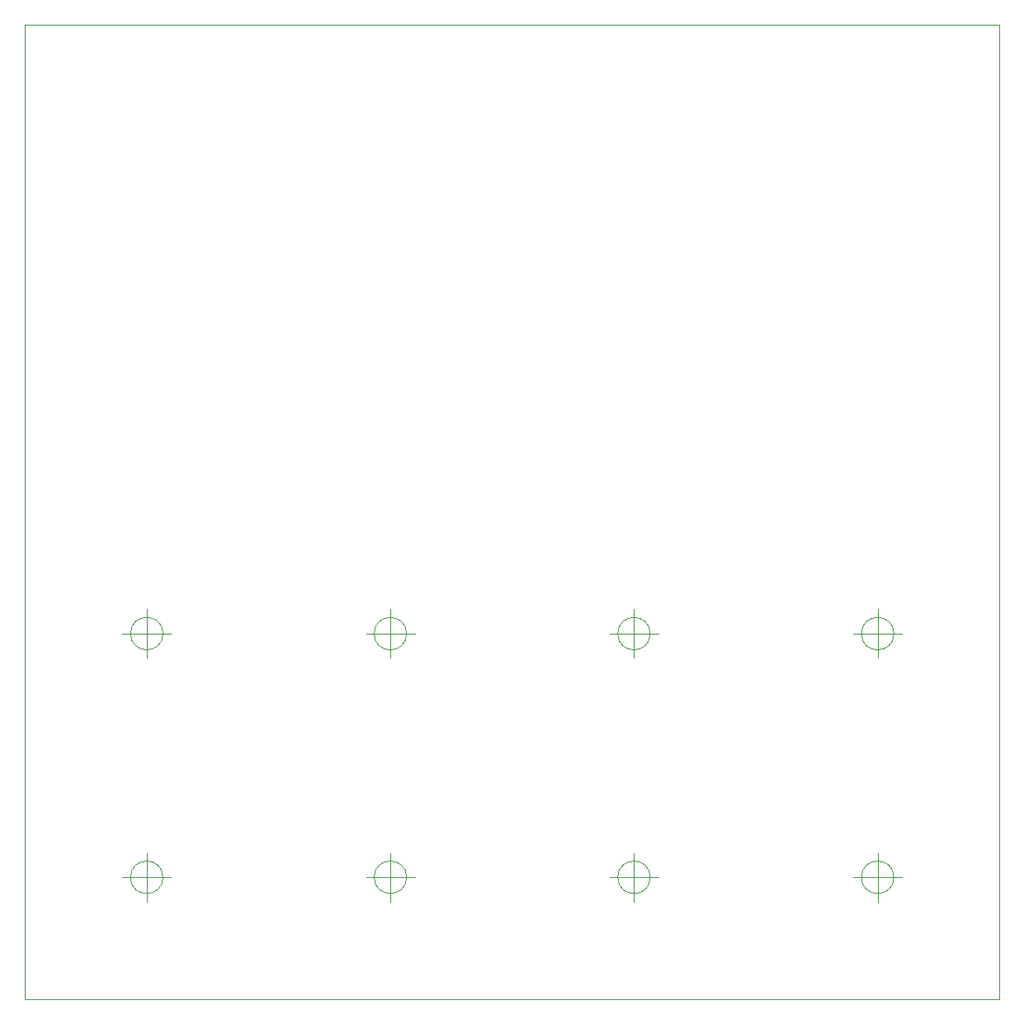
<source format=gbr>
G04 #@! TF.GenerationSoftware,KiCad,Pcbnew,(7.0.0)*
G04 #@! TF.CreationDate,2023-05-19T01:57:06+02:00*
G04 #@! TF.ProjectId,Pad,5061642e-6b69-4636-9164-5f7063625858,rev?*
G04 #@! TF.SameCoordinates,Original*
G04 #@! TF.FileFunction,Profile,NP*
%FSLAX46Y46*%
G04 Gerber Fmt 4.6, Leading zero omitted, Abs format (unit mm)*
G04 Created by KiCad (PCBNEW (7.0.0)) date 2023-05-19 01:57:06*
%MOMM*%
%LPD*%
G01*
G04 APERTURE LIST*
G04 #@! TA.AperFunction,Profile*
%ADD10C,0.100000*%
G04 #@! TD*
G04 APERTURE END LIST*
D10*
X100166666Y-274494783D02*
G75*
G03*
X100166666Y-274494783I-1666666J0D01*
G01*
X96000000Y-274494783D02*
X101000000Y-274494783D01*
X98500000Y-271994783D02*
X98500000Y-276994783D01*
X125166666Y-274500000D02*
G75*
G03*
X125166666Y-274500000I-1666666J0D01*
G01*
X121000000Y-274500000D02*
X126000000Y-274500000D01*
X123500000Y-272000000D02*
X123500000Y-277000000D01*
X75166666Y-274500000D02*
G75*
G03*
X75166666Y-274500000I-1666666J0D01*
G01*
X71000000Y-274500000D02*
X76000000Y-274500000D01*
X73500000Y-272000000D02*
X73500000Y-277000000D01*
X150166666Y-274500000D02*
G75*
G03*
X150166666Y-274500000I-1666666J0D01*
G01*
X146000000Y-274500000D02*
X151000000Y-274500000D01*
X148500000Y-272000000D02*
X148500000Y-277000000D01*
X125166666Y-249500000D02*
G75*
G03*
X125166666Y-249500000I-1666666J0D01*
G01*
X121000000Y-249500000D02*
X126000000Y-249500000D01*
X123500000Y-247000000D02*
X123500000Y-252000000D01*
X100166666Y-249500000D02*
G75*
G03*
X100166666Y-249500000I-1666666J0D01*
G01*
X96000000Y-249500000D02*
X101000000Y-249500000D01*
X98500000Y-247000000D02*
X98500000Y-252000000D01*
X150166666Y-249500000D02*
G75*
G03*
X150166666Y-249500000I-1666666J0D01*
G01*
X146000000Y-249500000D02*
X151000000Y-249500000D01*
X148500000Y-247000000D02*
X148500000Y-252000000D01*
X75180262Y-249491413D02*
G75*
G03*
X75180262Y-249491413I-1666666J0D01*
G01*
X71013596Y-249491413D02*
X76013596Y-249491413D01*
X73513596Y-246991413D02*
X73513596Y-251991413D01*
X161000000Y-287000000D02*
X61000000Y-287000000D01*
X61000000Y-187000000D01*
X161000000Y-187000000D01*
X161000000Y-287000000D01*
M02*

</source>
